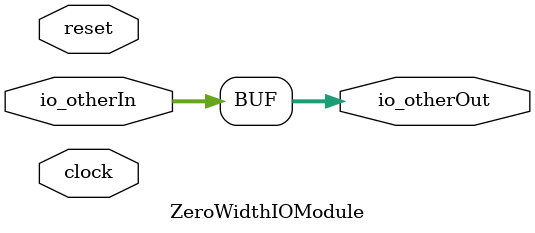
<source format=v>
module ZeroWidthIOModule(
    input clock,
    input reset,
    input [2:0] io_otherIn,
    output [2:0] io_otherOut
);
    assign io_otherOut = io_otherIn;
endmodule //ZeroWidthIOModule

</source>
